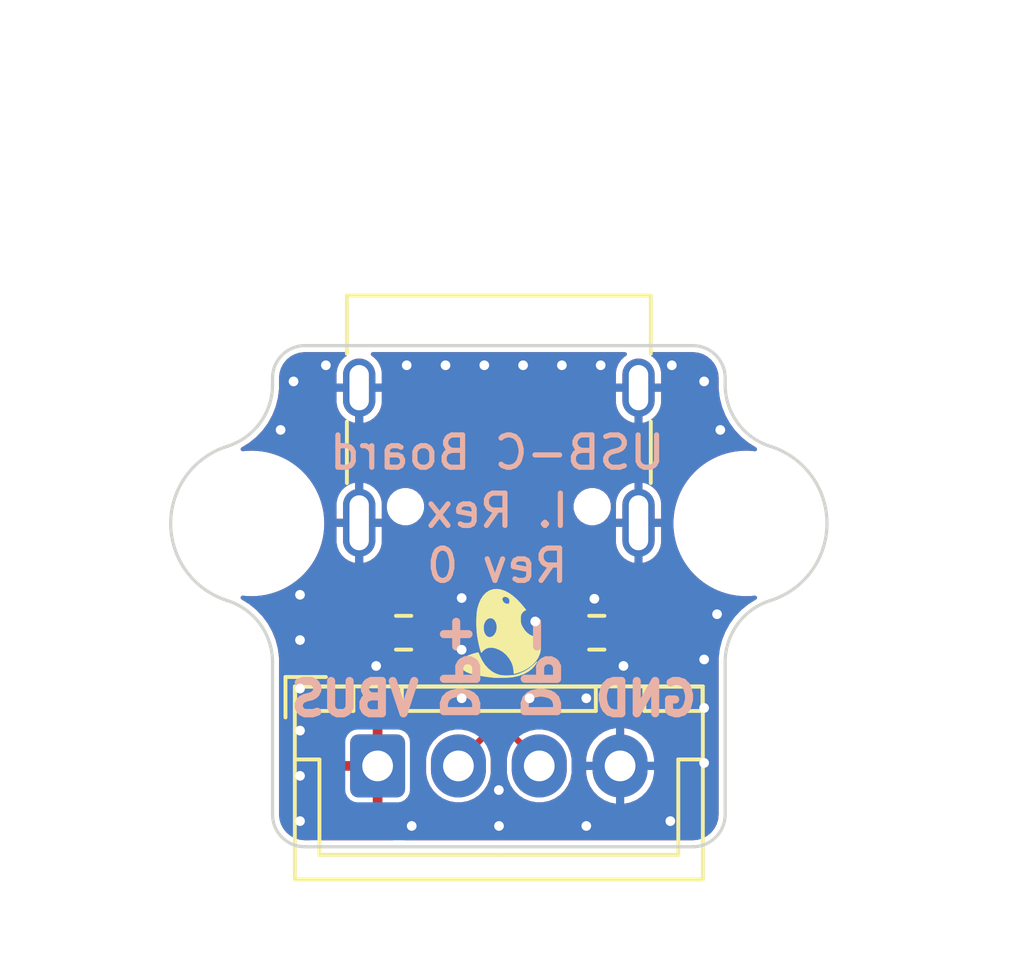
<source format=kicad_pcb>
(kicad_pcb (version 20241229) (generator "pcbnew") (generator_version "9.0")
  (title_block (title "USB-C Breakout") (date "2023-03-13") (rev "${REV_BOARD}") (comment 1 "Isaac Rex"))
  (layers (0 "F.Cu" signal) (2 "B.Cu" signal) (13 "F.Paste" user) (15 "B.Paste" user) (5 "F.SilkS" user "F.Silkscreen") (7 "B.SilkS" user "B.Silkscreen") (1 "F.Mask" user) (3 "B.Mask" user) (25 "Edge.Cuts" user))
  (property "REV_BOARD" "0")
  (property "REV_SCH" "0")
  (net 0 "")
  (net 1 "GND")
  (net 2 "VBUS")
  (net 3 "Net-(J1-CC1)")
  (net 4 "/DP_USB_+")
  (net 5 "/DP_USB_-")
  (net 7 "Net-(J1-CC2)")
  (footprint "Resistor_SMD:R_0603_1608Metric" (layer "F.Cu") (at 128.704915 80.2727 180)
    (property "Reference" "R2" (hide yes))
    (property "Value" "5.1k")
    (fp_line (start -0.237258 0.5225) (end 0.237258 0.5225) (stroke (width 0.12)) (layer "F.SilkS"))
    (fp_line (start -0.237258 -0.5225) (end 0.237258 -0.5225) (stroke (width 0.12)) (layer "F.SilkS"))
    (pad "1" smd roundrect (at -0.825 0 180) (size 0.8 0.95) (layers "F.Cu" "F.Mask" "F.Paste") (net 7 "Net-(J1-CC2)"))
    (pad "2" smd roundrect (at 0.825 0 180) (size 0.8 0.95) (layers "F.Cu" "F.Mask" "F.Paste") (net 1 "GND"))
  )
  (footprint "irex_Aesthetic:Logo_irex_2.5x2.8mm_Silk" (layer "F.Cu") (at 131.7 80.3)
    (property "Reference" "G***" (hide yes))
    (property "Value" "IREX_LOGO" (hide yes))
    (fp_poly (pts (xy -0.678616 0.596004) (xy -0.664843 0.628867) (xy -0.645982 0.674154) (xy -0.643967 0.679005) (xy -0.570442 0.829771) (xy -0.483234 0.96277) (xy -0.384593 1.075318) (xy -0.276772 1.164731) (xy -0.196345 1.212468) (xy -0.116236 1.2491) (xy -0.041766 1.274315) (xy 0.034954 1.289556) (xy 0.121813 1.29627) (xy 0.226699 1.295902) (xy 0.254 1.294976) (xy 0.337603 1.290749) (xy 0.402948 1.284288) (xy 0.459991 1.273934) (xy 0.518691 1.258027) (xy 0.564445 1.243256) (xy 0.731482 1.174267) (xy 0.881692 1.08418) (xy 1.019855 0.97005) (xy 1.040444 0.950073) (xy 1.090702 0.901373) (xy 1.12251 0.87339) (xy 1.136086 0.866426) (xy 1.131644 0.880783) (xy 1.1094 0.916763) (xy 1.069571 0.974669) (xy 1.063817 0.982826) (xy 0.97441 1.085224) (xy 0.861615 1.173257) (xy 0.726726 1.246239) (xy 0.571039 1.303484) (xy 0.395852 1.344306) (xy 0.373945 1.348009) (xy 0.312878 1.355119) (xy 0.231088 1.360673) (xy 0.136037 1.364536) (xy 0.035186 1.366571) (xy -0.064 1.366643) (xy -0.15406 1.364616) (xy -0.22753 1.360353) (xy -0.239889 1.359189) (xy -0.330213 1.348693) (xy -0.431876 1.334873) (xy -0.537808 1.318876) (xy -0.640941 1.301847) (xy -0.734206 1.28493) (xy -0.810536 1.269272) (xy -0.843916 1.261308) (xy -0.972305 1.221159) (xy -1.076181 1.173871) (xy -1.15501 1.120217) (xy -1.208259 1.060969) (xy -1.235393 0.996901) (xy -1.23588 0.928783) (xy -1.209187 0.857389) (xy -1.165538 0.79565) (xy -1.09781 0.735198) (xy -1.00457 0.68135) (xy -0.887992 0.635238) (xy -0.817877 0.614427) (xy -0.761508 0.599695) (xy -0.716813 0.588684) (xy -0.689748 0.582824) (xy -0.684441 0.58239) (xy -0.678616 0.596004)) (stroke (width 0.01)) (fill yes) (layer "F.SilkS"))
    (fp_poly (pts (xy 0.016201 -1.361334) (xy 0.141785 -1.317768) (xy 0.270223 -1.248777) (xy 0.400463 -1.154834) (xy 0.531447 -1.036413) (xy 0.662123 -0.893988) (xy 0.670497 -0.884011) (xy 0.714771 -0.830486) (xy 0.751645 -0.784949) (xy 0.777754 -0.751628) (xy 0.789732 -0.734754) (xy 0.790137 -0.733694) (xy 0.77873 -0.723786) (xy 0.750781 -0.709124) (xy 0.747065 -0.707452) (xy 0.71281 -0.683812) (xy 0.677568 -0.646885) (xy 0.665926 -0.630955) (xy 0.647472 -0.600269) (xy 0.636163 -0.570944) (xy 0.630293 -0.534638) (xy 0.628152 -0.48301) (xy 0.627945 -0.44553) (xy 0.628861 -0.381286) (xy 0.633142 -0.334708) (xy 0.643085 -0.29526) (xy 0.660986 -0.252406) (xy 0.677324 -0.219038) (xy 0.742877 -0.112735) (xy 0.821985 -0.025613) (xy 0.911581 0.040126) (xy 1.008597 0.082279) (xy 1.109966 0.098645) (xy 1.119959 0.098778) (xy 1.211555 0.098778) (xy 1.228886 0.179917) (xy 1.241208 0.263738) (xy 1.246431 0.35945) (xy 1.24471 0.457045) (xy 1.236196 0.546518) (xy 1.222266 0.613834) (xy 1.170756 0.738719) (xy 1.092985 0.855585) (xy 0.990076 0.963243) (xy 0.863151 1.060507) (xy 0.724304 1.140712) (xy 0.680048 1.16052) (xy 0.623131 1.182569) (xy 0.561245 1.20429) (xy 0.502082 1.223111) (xy 0.453334 1.236461) (xy 0.422692 1.241769) (xy 0.421945 1.241778) (xy 0.416686 1.228851) (xy 0.41114 1.19474) (xy 0.406405 1.146448) (xy 0.405905 1.139473) (xy 0.384809 1.009091) (xy 0.33894 0.884987) (xy 0.273232 0.77204) (xy 0.178405 0.655184) (xy 0.068517 0.561535) (xy -0.035277 0.50027) (xy -0.152412 0.45325) (xy -0.260935 0.43167) (xy -0.359849 0.435448) (xy -0.448155 0.4645) (xy -0.524857 0.518742) (xy -0.548255 0.543067) (xy -0.592893 0.593908) (xy -0.608333 0.554482) (xy -0.629331 0.491276) (xy -0.651876 0.407085) (xy -0.674451 0.308979) (xy -0.695542 0.204027) (xy -0.713633 0.0993) (xy -0.727209 0.001867) (xy -0.727725 -0.002538) (xy -0.737471 -0.11256) (xy -0.740554 -0.179463) (xy -0.521801 -0.179463) (xy -0.513566 -0.088709) (xy -0.489974 -0.011964) (xy -0.453639 0.048368) (xy -0.407175 0.089884) (xy -0.353194 0.11018) (xy -0.29431 0.106853) (xy -0.238448 0.081125) (xy -0.183863 0.029059) (xy -0.143839 -0.041403) (xy -0.119717 -0.123721) (xy -0.112838 -0.211356) (xy -0.124543 -0.29777) (xy -0.147807 -0.360863) (xy -0.190838 -0.424976) (xy -0.241069 -0.464443) (xy -0.295254 -0.480838) (xy -0.350151 -0.475733) (xy -0.402516 -0.450702) (xy -0.449105 -0.407319) (xy -0.486674 -0.347156) (xy -0.51198 -0.271787) (xy -0.521779 -0.182785) (xy -0.521801 -0.179463) (xy -0.740554 -0.179463) (xy -0.743041 -0.233403) (xy -0.744554 -0.358491) (xy -0.742129 -0.481244) (xy -0.735887 -0.595087) (xy -0.725946 -0.693441) (xy -0.713886 -0.763499) (xy -0.667774 -0.92356) (xy -0.607461 -1.060695) (xy -0.595853 -1.07849) (xy 0.058116 -1.07849) (xy 0.061071 -1.033899) (xy 0.086914 -0.984994) (xy 0.104423 -0.9652) (xy 0.149944 -0.932068) (xy 0.198478 -0.916469) (xy 0.242153 -0.919923) (xy 0.265289 -0.934155) (xy 0.277888 -0.962411) (xy 0.281691 -1.004884) (xy 0.276479 -1.048906) (xy 0.267693 -1.073226) (xy 0.245005 -1.098937) (xy 0.211949 -1.121687) (xy 0.154966 -1.140364) (xy 0.108225 -1.136323) (xy 0.074888 -1.114165) (xy 0.058116 -1.07849) (xy -0.595853 -1.07849) (xy -0.533319 -1.174347) (xy -0.445718 -1.263959) (xy -0.34503 -1.328974) (xy -0.33287 -1.334738) (xy -0.222181 -1.370293) (xy -0.105473 -1.379) (xy 0.016201 -1.361334)) (stroke (width 0.01)) (fill yes) (layer "F.SilkS"))
  )
  (footprint "Resistor_SMD:R_0603_1608Metric" (layer "F.Cu") (at 134.679915 80.2727)
    (property "Reference" "R1" (hide yes))
    (property "Value" "5.1k")
    (fp_line (start -0.237258 -0.5225) (end 0.237258 -0.5225) (stroke (width 0.12)) (layer "F.SilkS"))
    (fp_line (start -0.237258 0.5225) (end 0.237258 0.5225) (stroke (width 0.12)) (layer "F.SilkS"))
    (pad "1" smd roundrect (at -0.825 0) (size 0.8 0.95) (layers "F.Cu" "F.Mask" "F.Paste") (net 3 "Net-(J1-CC1)"))
    (pad "2" smd roundrect (at 0.825 0) (size 0.8 0.95) (layers "F.Cu" "F.Mask" "F.Paste") (net 1 "GND"))
  )
  (footprint "MountingHole:MountingHole_2.2mm_M2" (layer "F.Cu") (at 124 76.8927)
    (property "Reference" "H1" (hide yes))
    (property "Value" "M2")
    (pad "" np_thru_hole circle (at 0 0) (size 2.2 2.2) (drill 2.2) (layers "*.Cu" "*.Mask"))
  )
  (footprint "MountingHole:MountingHole_2.2mm_M2" (layer "F.Cu") (at 139.3 76.8927)
    (property "Reference" "H2" (hide yes))
    (property "Value" "M2")
    (pad "" np_thru_hole circle (at 0 0) (size 2.2 2.2) (drill 2.2) (layers "*.Cu" "*.Mask"))
  )
  (footprint "Connector_JST:JST_XH_B4B-XH-A_1x04_P2.50mm_Vertical" (layer "F.Cu") (at 127.9 84.3927)
    (property "Reference" "J2" (hide yes))
    (property "Value" "B4B-XH-A")
    (fp_line (start -2.85 -2.75) (end -2.85 -1.5) (stroke (width 0.12)) (layer "F.SilkS"))
    (fp_line (start -2.56 -2.46) (end -2.56 3.51) (stroke (width 0.12)) (layer "F.SilkS"))
    (fp_line (start -2.56 3.51) (end 10.06 3.51) (stroke (width 0.12)) (layer "F.SilkS"))
    (fp_line (start -2.55 -2.45) (end -2.55 -1.7) (stroke (width 0.12)) (layer "F.SilkS"))
    (fp_line (start -2.55 -1.7) (end -0.75 -1.7) (stroke (width 0.12)) (layer "F.SilkS"))
    (fp_line (start -2.55 -0.2) (end -1.8 -0.2) (stroke (width 0.12)) (layer "F.SilkS"))
    (fp_line (start -1.8 -0.2) (end -1.8 2.75) (stroke (width 0.12)) (layer "F.SilkS"))
    (fp_line (start -1.8 2.75) (end 3.75 2.75) (stroke (width 0.12)) (layer "F.SilkS"))
    (fp_line (start -1.6 -2.75) (end -2.85 -2.75) (stroke (width 0.12)) (layer "F.SilkS"))
    (fp_line (start -0.75 -2.45) (end -2.55 -2.45) (stroke (width 0.12)) (layer "F.SilkS"))
    (fp_line (start -0.75 -1.7) (end -0.75 -2.45) (stroke (width 0.12)) (layer "F.SilkS"))
    (fp_line (start 0.75 -2.45) (end 0.75 -1.7) (stroke (width 0.12)) (layer "F.SilkS"))
    (fp_line (start 0.75 -1.7) (end 6.75 -1.7) (stroke (width 0.12)) (layer "F.SilkS"))
    (fp_line (start 6.75 -2.45) (end 0.75 -2.45) (stroke (width 0.12)) (layer "F.SilkS"))
    (fp_line (start 6.75 -1.7) (end 6.75 -2.45) (stroke (width 0.12)) (layer "F.SilkS"))
    (fp_line (start 8.25 -2.45) (end 8.25 -1.7) (stroke (width 0.12)) (layer "F.SilkS"))
    (fp_line (start 8.25 -1.7) (end 10.05 -1.7) (stroke (width 0.12)) (layer "F.SilkS"))
    (fp_line (start 9.3 -0.2) (end 9.3 2.75) (stroke (width 0.12)) (layer "F.SilkS"))
    (fp_line (start 9.3 2.75) (end 3.75 2.75) (stroke (width 0.12)) (layer "F.SilkS"))
    (fp_line (start 10.05 -2.45) (end 8.25 -2.45) (stroke (width 0.12)) (layer "F.SilkS"))
    (fp_line (start 10.05 -1.7) (end 10.05 -2.45) (stroke (width 0.12)) (layer "F.SilkS"))
    (fp_line (start 10.05 -0.2) (end 9.3 -0.2) (stroke (width 0.12)) (layer "F.SilkS"))
    (fp_line (start 10.06 -2.46) (end -2.56 -2.46) (stroke (width 0.12)) (layer "F.SilkS"))
    (fp_line (start 10.06 3.51) (end 10.06 -2.46) (stroke (width 0.12)) (layer "F.SilkS"))
    (pad "1" thru_hole roundrect (at 0 0) (size 1.7 1.95) (drill 0.95) (layers "*.Cu" "*.Mask") (roundrect_rratio 0.1470588235) (net 2 "VBUS"))
    (pad "2" thru_hole oval (at 2.5 0) (size 1.7 1.95) (drill 0.95) (layers "*.Cu" "*.Mask") (net 4 "/DP_USB_+"))
    (pad "3" thru_hole oval (at 5 0) (size 1.7 1.95) (drill 0.95) (layers "*.Cu" "*.Mask") (net 5 "/DP_USB_-"))
    (pad "4" thru_hole oval (at 7.5 0) (size 1.7 1.95) (drill 0.95) (layers "*.Cu" "*.Mask") (net 1 "GND"))
  )
  (footprint "irex_Connector_USB:USB_C_Receptacle_GCT_USB4105-GF-A-060" (layer "F.Cu") (at 131.65 73.7427 180)
    (property "Reference" "J1" (hide yes))
    (property "Value" "USB-C")
    (fp_line (start 4.7 2.1) (end 4.7 3.9) (stroke (width 0.12)) (layer "F.SilkS"))
    (fp_line (start 4.7 -1.9) (end 4.7 0) (stroke (width 0.12)) (layer "F.SilkS"))
    (fp_line (start -4.7 3.9) (end 4.7 3.9) (stroke (width 0.12)) (layer "F.SilkS"))
    (fp_line (start -4.7 2.1) (end -4.7 3.9) (stroke (width 0.12)) (layer "F.SilkS"))
    (fp_line (start -4.7 -1.9) (end -4.7 0) (stroke (width 0.12)) (layer "F.SilkS"))
    (pad "" np_thru_hole circle (at -2.89 -2.63 180) (size 0.65 0.65) (drill 0.65) (layers "*.Cu" "*.Mask"))
    (pad "" np_thru_hole circle (at 2.89 -2.63 180) (size 0.65 0.65) (drill 0.65) (layers "*.Cu" "*.Mask"))
    (pad "A1" smd rect (at -3.25 -4.045 180) (size 0.6 1.45) (layers "F.Cu" "F.Mask" "F.Paste") (net 1 "GND"))
    (pad "A4" smd rect (at -2.45 -4.045 180) (size 0.6 1.45) (layers "F.Cu" "F.Mask" "F.Paste") (net 2 "VBUS"))
    (pad "A5" smd rect (at -1.25 -4.045 180) (size 0.3 1.45) (layers "F.Cu" "F.Mask" "F.Paste") (net 3 "Net-(J1-CC1)"))
    (pad "A6" smd rect (at -0.25 -4.045 180) (size 0.3 1.45) (layers "F.Cu" "F.Mask" "F.Paste") (net 4 "/DP_USB_+"))
    (pad "A7" smd rect (at 0.25 -4.045 180) (size 0.3 1.45) (layers "F.Cu" "F.Mask" "F.Paste") (net 5 "/DP_USB_-"))
    (pad "A8" smd rect (at 1.25 -4.045 180) (size 0.3 1.45) (layers "F.Cu" "F.Mask" "F.Paste"))
    (pad "A9" smd rect (at 2.45 -4.045 180) (size 0.6 1.45) (layers "F.Cu" "F.Mask" "F.Paste") (net 2 "VBUS"))
    (pad "A12" smd rect (at 3.25 -4.045 180) (size 0.6 1.45) (layers "F.Cu" "F.Mask" "F.Paste") (net 1 "GND"))
    (pad "B1" smd rect (at 3.25 -4.045 180) (size 0.6 1.45) (layers "F.Cu" "F.Mask" "F.Paste") (net 1 "GND"))
    (pad "B4" smd rect (at 2.45 -4.045 180) (size 0.6 1.45) (layers "F.Cu" "F.Mask" "F.Paste") (net 2 "VBUS"))
    (pad "B5" smd rect (at 1.75 -4.045 180) (size 0.3 1.45) (layers "F.Cu" "F.Mask" "F.Paste") (net 7 "Net-(J1-CC2)"))
    (pad "B6" smd rect (at 0.75 -4.045 180) (size 0.3 1.45) (layers "F.Cu" "F.Mask" "F.Paste") (net 4 "/DP_USB_+"))
    (pad "B7" smd rect (at -0.75 -4.045 180) (size 0.3 1.45) (layers "F.Cu" "F.Mask" "F.Paste") (net 5 "/DP_USB_-"))
    (pad "B8" smd rect (at -1.75 -4.045 180) (size 0.3 1.45) (layers "F.Cu" "F.Mask" "F.Paste"))
    (pad "B9" smd rect (at -2.45 -4.045 180) (size 0.6 1.45) (layers "F.Cu" "F.Mask" "F.Paste") (net 2 "VBUS"))
    (pad "B12" smd rect (at -3.25 -4.045 180) (size 0.6 1.45) (layers "F.Cu" "F.Mask" "F.Paste") (net 1 "GND"))
    (pad "S1" thru_hole oval (at -4.32 -3.13 180) (size 1 2.1) (drill oval 0.6 1.7) (layers "*.Cu" "*.Mask") (net 1 "GND"))
    (pad "S1" thru_hole oval (at -4.32 1.05 180) (size 1 1.8) (drill oval 0.6 1.4) (layers "*.Cu" "*.Mask") (net 1 "GND"))
    (pad "S1" thru_hole oval (at 4.32 -3.13 180) (size 1 2.1) (drill oval 0.6 1.7) (layers "*.Cu" "*.Mask") (net 1 "GND"))
    (pad "S1" thru_hole oval (at 4.32 1.05 180) (size 1 1.8) (drill oval 0.6 1.4) (layers "*.Cu" "*.Mask") (net 1 "GND"))
  )
  (gr_arc (start 124.65 72.599974) (mid 124.262462 73.783202) (end 123.25 74.507852) (stroke (width 0.1)) (layer "Edge.Cuts"))
  (gr_line (start 124.65 81.185426) (end 124.65 85.8927) (stroke (width 0.1)) (layer "Edge.Cuts"))
  (gr_line (start 125.65 86.8927) (end 137.65 86.8927) (stroke (width 0.1)) (layer "Edge.Cuts"))
  (gr_line (start 137.65 71.3927) (end 125.65 71.3927) (stroke (width 0.1)) (layer "Edge.Cuts"))
  (gr_arc (start 124.65 72.3927) (mid 124.942893 71.685593) (end 125.65 71.3927) (stroke (width 0.1)) (layer "Edge.Cuts"))
  (gr_arc (start 140.05 74.507852) (mid 141.8 76.8927) (end 140.05 79.277548) (stroke (width 0.1)) (layer "Edge.Cuts"))
  (gr_arc (start 138.65 85.8927) (mid 138.357107 86.599807) (end 137.65 86.8927) (stroke (width 0.1)) (layer "Edge.Cuts"))
  (gr_arc (start 123.25 79.277548) (mid 121.5 76.8927) (end 123.25 74.507852) (stroke (width 0.1)) (layer "Edge.Cuts"))
  (gr_arc (start 125.65 86.8927) (mid 124.942893 86.599807) (end 124.65 85.8927) (stroke (width 0.1)) (layer "Edge.Cuts"))
  (gr_arc (start 137.65 71.3927) (mid 138.357107 71.685593) (end 138.65 72.3927) (stroke (width 0.1)) (layer "Edge.Cuts"))
  (gr_arc (start 123.25 79.277548) (mid 124.262441 80.002213) (end 124.65 81.185426) (stroke (width 0.1)) (layer "Edge.Cuts"))
  (gr_line (start 138.65 72.599974) (end 138.65 72.3927) (stroke (width 0.1)) (layer "Edge.Cuts"))
  (gr_line (start 124.65 72.3927) (end 124.65 72.599974) (stroke (width 0.1)) (layer "Edge.Cuts"))
  (gr_line (start 138.65 85.8927) (end 138.65 81.185426) (stroke (width 0.1)) (layer "Edge.Cuts"))
  (gr_arc (start 140.05 74.507852) (mid 139.037559 73.783187) (end 138.65 72.599974) (stroke (width 0.1)) (layer "Edge.Cuts"))
  (gr_arc (start 138.65 81.185426) (mid 139.037538 80.002198) (end 140.05 79.277548) (stroke (width 0.1)) (layer "Edge.Cuts"))
  (gr_text "I. Rex" (at 131.6 76.5 0) (layer "B.SilkS") (effects (font (size 1 1) (thickness 0.16)) (justify mirror)))
  (gr_text "USB-C Board" (at 131.6 74.7 0) (layer "B.SilkS") (effects (font (size 1 1) (thickness 0.16)) (justify mirror)))
  (gr_text "VBUS" (at 127.2 82.9 0) (layer "B.SilkS") (effects (font (size 1 1) (thickness 0.25) (bold yes)) (justify bottom mirror)))
  (gr_text "DP+" (at 130.4 83.1 270) (layer "B.SilkS") (effects (font (size 1 1) (thickness 0.25) (bold yes)) (justify left mirror)))
  (gr_text "Rev 0" (at 131.6 78.2 0) (layer "B.SilkS") (effects (font (size 1 1) (thickness 0.16)) (justify mirror)))
  (gr_text "DP-" (at 132.9 83.1 270) (layer "B.SilkS") (effects (font (size 1 1) (thickness 0.25) (bold yes)) (justify left mirror)))
  (gr_text "GND" (at 136.2 82.9 0) (layer "B.SilkS") (effects (font (size 1 1) (thickness 0.25) (bold yes)) (justify bottom mirror)))
  (segment (start 127.854915 81.3) (end 127.854915 81.0727) (width 0.15) (layer "F.Cu") (net 1))
  (segment (start 127.854915 81.0727) (end 127.879915 81.0477) (width 0.15) (layer "F.Cu") (net 1))
  (segment (start 135.504915 80.2727) (end 135.504915 81.3) (width 0.15) (layer "F.Cu") (net 1))
  (segment (start 127.879915 81.0477) (end 127.879915 80.2727) (width 0.15) (layer "F.Cu") (net 1))
  (via (at 125.5 84.7) (size 0.7) (drill 0.3) (layers "F.Cu" "B.Cu") (net 1))
  (via (at 133.6 72) (size 0.7) (drill 0.3) (layers "F.Cu" "B.Cu") (net 1))
  (via (at 125.5 86.1) (size 0.7) (drill 0.3) (layers "F.Cu" "B.Cu") (net 1))
  (via (at 134.354915 82.3) (size 0.7) (drill 0.3) (layers "F.Cu" "B.Cu") (net 1))
  (via (at 130.5 82.3) (size 0.7) (drill 0.3) (layers "F.Cu" "B.Cu") (net 1))
  (via (at 125.5 83.3) (size 0.7) (drill 0.3) (layers "F.Cu" "B.Cu") (net 1))
  (via (at 135.504915 81.3) (size 0.7) (drill 0.3) (layers "F.Cu" "B.Cu") (net 1))
  (via (at 131.2 72) (size 0.7) (drill 0.3) (layers "F.Cu" "B.Cu") (net 1))
  (via (at 130.5 79.2) (size 0.7) (drill 0.3) (layers "F.Cu" "B.Cu") (net 1))
  (via (at 134.604915 79.2227) (size 0.7) (drill 0.3) (layers "F.Cu" "B.Cu") (net 1))
  (via (at 130.5 80.8) (size 0.7) (drill 0.3) (layers "F.Cu" "B.Cu") (net 1))
  (via (at 138.4 79.7) (size 0.7) (drill 0.3) (layers "F.Cu" "B.Cu") (net 1))
  (via (at 125.3 72.5) (size 0.7) (drill 0.3) (layers "F.Cu" "B.Cu") (net 1))
  (via (at 126.3 72) (size 0.7) (drill 0.3) (layers "F.Cu" "B.Cu") (net 1))
  (via (at 125.5 82) (size 0.7) (drill 0.3) (layers "F.Cu" "B.Cu") (net 1))
  (via (at 127.854915 81.3) (size 0.7) (drill 0.3) (layers "F.Cu" "B.Cu") (net 1))
  (via (at 132.775 79.925) (size 0.7) (drill 0.3) (layers "F.Cu" "B.Cu") (net 1))
  (via (at 134.354915 86.25) (size 0.7) (drill 0.3) (layers "F.Cu" "B.Cu") (net 1))
  (via (at 138 81.1) (size 0.7) (drill 0.3) (layers "F.Cu" "B.Cu") (net 1))
  (via (at 138 72.5) (size 0.7) (drill 0.3) (layers "F.Cu" "B.Cu") (net 1))
  (via (at 132.4 72) (size 0.7) (drill 0.3) (layers "F.Cu" "B.Cu") (net 1))
  (via (at 137 72) (size 0.7) (drill 0.3) (layers "F.Cu" "B.Cu") (net 1))
  (via (at 131.654915 86.25) (size 0.7) (drill 0.3) (layers "F.Cu" "B.Cu") (net 1))
  (via (at 134.8 72) (size 0.7) (drill 0.3) (layers "F.Cu" "B.Cu") (net 1))
  (via (at 125.5 80.5) (size 0.7) (drill 0.3) (layers "F.Cu" "B.Cu") (net 1))
  (via (at 130 72) (size 0.7) (drill 0.3) (layers "F.Cu" "B.Cu") (net 1))
  (via (at 136.954915 86.1) (size 0.7) (drill 0.3) (layers "F.Cu" "B.Cu") (net 1))
  (via (at 132.6 82.3) (size 0.7) (drill 0.3) (layers "F.Cu" "B.Cu") (net 1))
  (via (at 138 84.3) (size 0.7) (drill 0.3) (layers "F.Cu" "B.Cu") (net 1))
  (via (at 124.9 74) (size 0.7) (drill 0.3) (layers "F.Cu" "B.Cu") (net 1))
  (via (at 128.8 72) (size 0.7) (drill 0.3) (layers "F.Cu" "B.Cu") (net 1))
  (via (at 128.954915 86.25) (size 0.7) (drill 0.3) (layers "F.Cu" "B.Cu") (net 1))
  (via (at 138.5 74) (size 0.7) (drill 0.3) (layers "F.Cu" "B.Cu") (net 1))
  (via (at 131.65 85.14) (size 0.7) (drill 0.3) (layers "F.Cu" "B.Cu") (net 1))
  (via (at 125.5 79.1) (size 0.7) (drill 0.3) (layers "F.Cu" "B.Cu") (net 1))
  (via (at 138 82.6) (size 0.7) (drill 0.3) (layers "F.Cu" "B.Cu") (net 1))
  (segment (start 132.944084 77.831784) (end 132.9 77.7877) (width 0.15) (layer "F.Cu") (net 3))
  (segment (start 132.944084 79.261869) (end 132.944084 77.831784) (width 0.15) (layer "F.Cu") (net 3))
  (segment (start 132.944084 79.261869) (end 133.854915 80.1727) (width 0.15) (layer "F.Cu") (net 3))
  (segment (start 133.854915 80.1727) (end 133.854915 80.2727) (width 0.15) (layer "F.Cu") (net 3))
  (segment (start 131.475 79.587512) (end 131.9 79.162512) (width 0.2) (layer "F.Cu") (net 4))
  (segment (start 130.4 84.3927) (end 130.4 84.2677) (width 0.2) (layer "F.Cu") (net 4))
  (segment (start 131.88 78.84) (end 131.9 78.82) (width 0.2) (layer "F.Cu") (net 4))
  (segment (start 130.9 78.65) (end 131.09 78.84) (width 0.2) (layer "F.Cu") (net 4))
  (segment (start 131.9 78.65) (end 131.9 77.7877) (width 0.2) (layer "F.Cu") (net 4))
  (segment (start 130.9 77.7877) (end 130.9 78.65) (width 0.2) (layer "F.Cu") (net 4))
  (segment (start 131.09 78.84) (end 131.88 78.84) (width 0.2) (layer "F.Cu") (net 4))
  (segment (start 131.9 79.162512) (end 131.9 77.7877) (width 0.2) (layer "F.Cu") (net 4))
  (segment (start 130.4 84.2677) (end 131.475 83.1927) (width 0.2) (layer "F.Cu") (net 4))
  (segment (start 131.475 83.1927) (end 131.475 79.587512) (width 0.2) (layer "F.Cu") (net 4))
  (segment (start 132.35 77.8377) (end 132.4 77.7877) (width 0.2) (layer "F.Cu") (net 5))
  (segment (start 132.4 76.967785) (end 132.4 77.7877) (width 0.175) (layer "F.Cu") (net 5))
  (segment (start 132.154915 76.7227) (end 132.4 76.967785) (width 0.175) (layer "F.Cu") (net 5))
  (segment (start 131.4 77.7877) (end 131.4 76.8877) (width 0.175) (layer "F.Cu") (net 5))
  (segment (start 132.9 84.2677) (end 131.825 83.1927) (width 0.2) (layer "F.Cu") (net 5))
  (segment (start 131.825 83.1927) (end 131.825 79.732488) (width 0.2) (layer "F.Cu") (net 5))
  (segment (start 131.4 76.8877) (end 131.565 76.7227) (width 0.175) (layer "F.Cu") (net 5))
  (segment (start 132.9 84.3927) (end 132.9 84.2677) (width 0.2) (layer "F.Cu") (net 5))
  (segment (start 131.565 76.7227) (end 132.154915 76.7227) (width 0.175) (layer "F.Cu") (net 5))
  (segment (start 132.35 79.207488) (end 132.35 77.8377) (width 0.2) (layer "F.Cu") (net 5))
  (segment (start 131.825 79.732488) (end 132.35 79.207488) (width 0.2) (layer "F.Cu") (net 5))
  (segment (start 129.529915 80.120085) (end 129.9 79.75) (width 0.15) (layer "F.Cu") (net 7))
  (segment (start 129.529915 80.2727) (end 129.529915 80.120085) (width 0.15) (layer "F.Cu") (net 7))
  (segment (start 129.9 79.75) (end 129.9 77.7877) (width 0.15) (layer "F.Cu") (net 7))
  (zone (net 2) (net_name "VBUS") (layer "F.Cu") (name "VBUS") (priority 2) (connect_pads (clearance 0.2)) (min_thickness 0.25) (fill yes (thermal_gap 0.25) (thermal_bridge_width 0.3))
    (polygon (pts (xy 134.404915 76.9327) (xy 134.404915 78.5227) (xy 129.504915 78.5227) (xy 129.504915 82.4377) (xy 128.904915 83.0377) (xy 128.904915 86.9977) (xy 128.529915 87.3727) (xy 126.479915 87.3727) (xy 126.054915 86.9477) (xy 126.054915 79.4477) (xy 126.794915 78.7077) (xy 128.594915 78.7077) (xy 128.904915 78.3977) (xy 128.904915 77.0477) (xy 128.904915 76.9327) (xy 130.349915 75.4877) (xy 132.959915 75.4877)))
  )
  (zone (net 0) (net_name "") (layers "F.Cu" "B.Cu") (name "Copper Keepout") (connect_pads (clearance 0)) (min_thickness 0.25)
    (keepout (tracks not_allowed) (vias not_allowed) (pads allowed) (copperpour not_allowed) (footprints allowed))
    (fill (thermal_gap 0.5) (thermal_bridge_width 0.5))
    (polygon (pts (arc (start 121.75 76.8927) (mid 126.25 76.8927) (end 121.75 76.8927))))
  )
  (zone (net 0) (net_name "") (layers "F.Cu" "B.Cu") (name "Copper Keepout") (connect_pads (clearance 0)) (min_thickness 0.25)
    (keepout (tracks not_allowed) (vias not_allowed) (pads allowed) (copperpour not_allowed) (footprints allowed))
    (fill (thermal_gap 0.5) (thermal_bridge_width 0.5))
    (polygon (pts (arc (start 137.05 76.8927) (mid 141.55 76.8927) (end 137.05 76.8927))))
  )
  (zone (net 1) (net_name "GND") (layers "F.Cu" "B.Cu") (name "GND") (connect_pads (clearance 0.15)) (min_thickness 0.127) (fill yes (thermal_gap 0.2) (thermal_bridge_width 0.25))
    (polygon (pts (xy 116.22 67.4) (xy 116.22 90.4) (xy 146.72 90.4) (xy 146.72 67.4)))
  )
)
</source>
